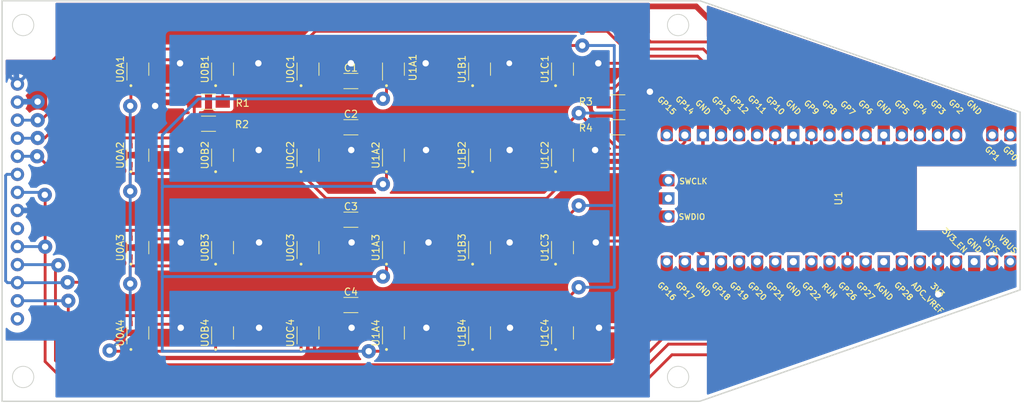
<source format=kicad_pcb>
(kicad_pcb (version 20221018) (generator pcbnew)
  (layers (0 "F.Cu" signal) (31 "B.Cu" signal) (34 "B.Paste" user) (35 "F.Paste" user) (36 "B.SilkS" user "B.Silkscreen") (37 "F.SilkS" user "F.Silkscreen") (38 "B.Mask" user) (39 "F.Mask" user) (44 "Edge.Cuts" user))
  (net 0 "")
  (net 1 "PWR_GND")
  (net 2 "VDD1")
  (net 3 "VDD2")
  (net 4 "VDD3")
  (net 5 "VDD4")
  (net 6 "SDA0")
  (net 7 "SCL0")
  (net 23 "SDA1")
  (net 24 "SCL1")
  (net 25 "+3V3")
  (net 28 "/DC{slash}RS")
  (net 29 "/MOSI")
  (net 30 "/CLK")
  (net 31 "/MISO")
  (net 32 "/T_CS")
  (net 35 "D_CS")
  (net 36 "RST")
  (footprint "fab:TSOT-23-6" (layer "F.Cu") (at 153.55 106.925 90)
    (fp_text reference "U1B4")
    (fp_text value "Sensor_HallEffect_XYZ" hide)
  )
  (footprint "fab:TSOT-23-6" (layer "F.Cu") (at 129.45 94.925 90)
    (fp_text reference "U0C3")
    (fp_text value "Sensor_HallEffect_XYZ" hide)
  )
  (footprint "fab:TSOT-23-6" (layer "F.Cu") (at 141.45 94.925 90)
    (fp_text reference "U1A3")
    (fp_text value "Sensor_HallEffect_XYZ" hide)
  )
  (footprint "fab:TSOT-23-6" (layer "F.Cu") (at 141.45 106.925 90)
    (fp_text reference "U1A4")
    (fp_text value "Sensor_HallEffect_XYZ" hide)
  )
  (footprint "fab:TSOT-23-6" (layer "F.Cu") (at 117.45 69.825 90)
    (fp_text reference "U0B1")
    (fp_text value "Sensor_HallEffect_XYZ" hide)
  )
  (footprint "fab:TSOT-23-6" (layer "F.Cu") (at 105.55 94.925 90)
    (fp_text reference "U0A3")
    (fp_text value "Sensor_HallEffect_XYZ" hide)
  )
  (footprint "fab:C_1206" (layer "F.Cu") (at 135.5 78)
    (fp_text reference "C2")
    (fp_text value "0.1uF")
  )
  (footprint "fab:TSOT-23-6" (layer "F.Cu") (at 153.55 81.925 90)
    (fp_text reference "U1B2")
    (fp_text value "Sensor_HallEffect_XYZ" hide)
  )
  (footprint "fab:TSOT-23-6" (layer "F.Cu") (at 129.45 81.925 90)
    (fp_text reference "U0C2")
    (fp_text value "Sensor_HallEffect_XYZ" hide)
  )
  (footprint "fab:TSOT-23-6" (layer "F.Cu") (at 129.45 106.925 90)
    (fp_text reference "U0C4")
    (fp_text value "Sensor_HallEffect_XYZ" hide)
  )
  (footprint "fab:R_1206" (layer "F.Cu") (at 173 78 180)
    (fp_text reference "R4")
    (fp_text value "10K")
  )
  (footprint "fab:TSOT-23-6" (layer "F.Cu") (at 165.2 81.925 90)
    (fp_text reference "U1C2")
    (fp_text value "Sensor_HallEffect_XYZ" hide)
  )
  (footprint "fab:TSOT-23-6" (layer "F.Cu") (at 117.45 106.925 90)
    (fp_text reference "U0B4")
    (fp_text value "Sensor_HallEffect_XYZ" hide)
  )
  (footprint "fab:R_1206" (layer "F.Cu") (at 115.5 77.5)
    (fp_text reference "R2")
    (fp_text value "10K")
  )
  (footprint "fab:TSOT-23-6" (layer "F.Cu") (at 153.55 94.925 90)
    (fp_text reference "U1B3")
    (fp_text value "Sensor_HallEffect_XYZ" hide)
  )
  (footprint "fab:TSOT-23-6" (layer "F.Cu") (at 117.45 94.925 90)
    (fp_text reference "U0B3")
    (fp_text value "Sensor_HallEffect_XYZ" hide)
  )
  (footprint "fab:TSOT-23-6" (layer "F.Cu") (at 105.55 81.925 90)
    (fp_text reference "U0A2")
    (fp_text value "Sensor_HallEffect_XYZ" hide)
  )
  (footprint "fab:TSOT-23-6" (layer "F.Cu") (at 117.45 81.925 90)
    (fp_text reference "U0B2")
    (fp_text value "Sensor_HallEffect_XYZ" hide)
  )
  (footprint "TFT-Modules:TFT-3.5-480x320-MSP3520-ILI9488" (layer "F.Cu") (at 86.46 116.5396 90)
    (fp_text reference "M1" hide)
    (fp_text value "~")
    (fp_circle (center 3.42 3) (end 4.92 3) (stroke (width 0.12)) (fill none) (layer "Edge.Cuts"))
    (fp_circle (center 3.42 95) (end 4.92 95) (stroke (width 0.12)) (fill none) (layer "Edge.Cuts"))
    (fp_circle (center 52.92 3) (end 54.42 3) (stroke (width 0.12)) (fill none) (layer "Edge.Cuts"))
    (fp_circle (center 52.92 95) (end 54.42 95) (stroke (width 0.12)) (fill none) (layer "Edge.Cuts"))
  )
  (footprint "RPi_Pico:RPi_Pico_SMD_TH" (layer "F.Cu") (at 204 88 -90)
    (fp_text reference "U1")
    (fp_text value "Pico")
  )
  (footprint "fab:TSOT-23-6" (layer "F.Cu") (at 165.2 69.825 90)
    (fp_text reference "U1C1")
    (fp_text value "Sensor_HallEffect_XYZ" hide)
  )
  (footprint "fab:TSOT-23-6" (layer "F.Cu") (at 129.45 69.825 90)
    (fp_text reference "U0C1")
    (fp_text value "Sensor_HallEffect_XYZ" hide)
  )
  (footprint "fab:C_1206" (layer "F.Cu") (at 135.5 91)
    (fp_text reference "C3")
    (fp_text value "0.1uF")
  )
  (footprint "fab:TSOT-23-6" (layer "F.Cu") (at 141.45 69.825 90)
    (fp_text reference "U1A1")
    (fp_text value "Sensor_HallEffect_XYZ" hide)
  )
  (footprint "fab:R_1206" (layer "F.Cu") (at 173 74.5 180)
    (fp_text reference "R3")
    (fp_text value "10K")
  )
  (footprint "fab:R_1206" (layer "F.Cu") (at 115.5 74.4)
    (fp_text reference "R1")
    (fp_text value "10K")
  )
  (footprint "fab:C_1206" (layer "F.Cu") (at 135.5 71.5)
    (fp_text reference "C1")
    (fp_text value "0.1uF")
  )
  (footprint "fab:TSOT-23-6" (layer "F.Cu") (at 165.2 106.925 90)
    (fp_text reference "U1C4")
    (fp_text value "Sensor_HallEffect_XYZ" hide)
  )
  (footprint "fab:C_1206" (layer "F.Cu") (at 135.5 103)
    (fp_text reference "C4")
    (fp_text value "0.1uF")
  )
  (footprint "fab:TSOT-23-6" (layer "F.Cu") (at 165.2 94.925 90)
    (fp_text reference "U1C3")
    (fp_text value "Sensor_HallEffect_XYZ" hide)
  )
  (footprint "fab:TSOT-23-6" (layer "F.Cu") (at 105.55 69.825 90)
    (fp_text reference "U0A1")
    (fp_text value "Sensor_HallEffect_XYZ" hide)
  )
  (footprint "fab:TSOT-23-6" (layer "F.Cu") (at 105.55 106.925 90)
    (fp_text reference "U0A4")
    (fp_text value "Sensor_HallEffect_XYZ" hide)
  )
  (footprint "fab:TSOT-23-6" (layer "F.Cu") (at 153.55 69.825 90)
    (fp_text reference "U1B1")
    (fp_text value "Sensor_HallEffect_XYZ" hide)
  )
  (footprint "fab:TSOT-23-6" (layer "F.Cu") (at 141.45 81.925 90)
    (fp_text reference "U1A2")
    (fp_text value "Sensor_HallEffect_XYZ" hide)
  )
  (gr_line (start 184.5 60.2) (end 86.5 60.2) (stroke (width 0.2)) (layer "Edge.Cuts"))
  (gr_line (start 229.5 75.87) (end 229.5 100.87) (stroke (width 0.2)) (layer "Edge.Cuts"))
  (gr_line (start 229.5 100.87) (end 184.5 116.54) (stroke (width 0.2)) (layer "Edge.Cuts"))
  (gr_line (start 86.5 116.54) (end 184.5 116.54) (stroke (width 0.2)) (layer "Edge.Cuts"))
  (gr_line (start 86.5 60.2) (end 86.5 116.54) (stroke (width 0.2)) (layer "Edge.Cuts"))
  (gr_line (start 184.5 60.2) (end 229.5 75.87) (stroke (width 0.2)) (layer "Edge.Cuts"))
  (segment (start 141.45 96.25) (end 142.4 96.25) (width 0.4) (layer "F.Cu") (net 1))
  (segment (start 167.52 82.2) (end 161.75 82.2) (width 0.4) (layer "F.Cu") (net 1))
  (segment (start 112.55 83.2) (end 113.55 82.2) (width 0.4) (layer "F.Cu") (net 1))
  (segment (start 105.6 82) (end 108.45 82) (width 0.4) (layer "F.Cu") (net 1))
  (segment (start 165.2 95) (end 165.2 96.25) (width 0.4) (layer "F.Cu") (net 1))
  (segment (start 112.6 96.2) (end 113.8 95) (width 0.4) (layer "F.Cu") (net 1))
  (segment (start 129.45 83.25) (end 130.4 83.25) (width 0.4) (layer "F.Cu") (net 1))
  (segment (start 165.2 70) (end 165.2 71.15) (width 0.4) (layer "F.Cu") (net 1))
  (segment (start 165.5 107.4) (end 168 107.4) (width 0.4) (layer "F.Cu") (net 1))
  (segment (start 168 107.4) (end 168.8 108.2) (width 0.4) (layer "F.Cu") (net 1))
  (segment (start 105.55 105.6) (end 105.55 107) (width 0.4) (layer "F.Cu") (net 1))
  (segment (start 129.45 69.8) (end 129.45 70.05) (width 0.4) (layer "F.Cu") (net 1))
  (segment (start 105.55 96.25) (end 106.5 96.25) (width 0.4) (layer "F.Cu") (net 1))
  (segment (start 172.5 70) (end 171.5 71) (width 0.4) (layer "F.Cu") (net 1))
  (segment (start 124.8 107) (end 129.45 107) (width 0.4) (layer "F.Cu") (net 1))
  (segment (start 153.55 70.3) (end 153.55 71.15) (width 0.4) (layer "F.Cu") (net 1))
  (segment (start 154.5 71.15) (end 153.55 71.15) (width 0.4) (layer "F.Cu") (net 1))
  (segment (start 129.45 95) (end 133.4 95) (width 0.4) (layer "F.Cu") (net 1))
  (segment (start 129.45 93.6) (end 129.45 95) (width 0.4) (layer "F.Cu") (net 1))
  (segment (start 141.45 107) (end 141.45 108.25) (width 0.4) (layer "F.Cu") (net 1))
  (segment (start 137.5 74) (end 130.5 74) (width 0.4) (layer "F.Cu") (net 1))
  (segment (start 105.65 95) (end 108.5 95) (width 0.4) (layer "F.Cu") (net 1))
  (segment (start 134.6 96.2) (end 136.6 96.2) (width 0.4) (layer "F.Cu") (net 1))
  (segment (start 204 70) (end 210.35 76.35) (width 0.8) (layer "F.Cu") (net 1))
  (segment (start 196.39 82.89) (end 168.21 82.89) (width 0.4) (layer "F.Cu") (net 1))
  (segment (start 121.5 71) (end 120.5 70) (width 0.4) (layer "F.Cu") (net 1))
  (segment (start 147.6 108.2) (end 148.6 107.2) (width 0.4) (layer "F.Cu") (net 1))
  (segment (start 121.55 83.2) (end 123.55 83.2) (width 0.4) (layer "F.Cu") (net 1))
  (segment (start 153.55 93.6) (end 153.55 95) (width 0.4) (layer "F.Cu") (net 1))
  (segment (start 120.4 95) (end 121.6 96.2) (width 0.4) (layer "F.Cu") (net 1))
  (segment (start 123.5 71) (end 121.5 71) (width 0.4) (layer "F.Cu") (net 1))
  (segment (start 141.45 105.6) (end 141.45 107) (width 0.4) (layer "F.Cu") (net 1))
  (segment (start 117.45 95) (end 117.45 96.25) (width 0.4) (layer "F.Cu") (net 1))
  (segment (start 113.8 95) (end 117.45 95) (width 0.4) (layer "F.Cu") (net 1))
  (segment (start 105.55 82) (end 105.55 80.6) (width 0.4) (layer "F.Cu") (net 1))
  (segment (start 144.6 96.2) (end 147.6 96.2) (width 0.4) (layer "F.Cu") (net 1))
  (segment (start 143.55 82.2) (end 141.5 82.2) (width 0.4) (layer "F.Cu") (net 1))
  (segment (start 168.21 82.89) (end 167.52 82.2) (width 0.4) (layer "F.Cu") (net 1))
  (segment (start 141.45 95) (end 141.45 96.25) (width 0.4) (layer "F.Cu") (net 1))
  (segment (start 144.5 71) (end 143.5 70) (width 0.4) (layer "F.Cu") (net 1))
  (segment (start 113.5 70) (end 117.45 70) (width 0.4) (layer "F.Cu") (net 1))
  (segment (start 183.89 95.09) (end 184.95 96.15) (width 0.4) (layer "F.Cu") (net 1))
  (segment (start 136.6 96.2) (end 137.6 95.2) (width 0.4) (layer "F.Cu") (net 1))
  (segment (start 168.8 108.2) (end 174.3 108.2) (width 0.4) (layer "F.Cu") (net 1))
  (segment (start 165.2 83.25) (end 166.15 83.25) (width 0.4) (layer "F.Cu") (net 1))
  (segment (start 129.45 108.25) (end 130.4 108.25) (width 0.4) (layer "F.Cu") (net 1))
  (segment (start 156.85 108.2) (end 160.85 108.2) (width 0.4) (layer "F.Cu") (net 1))
  (segment (start 124.75 82) (end 129.45 82) (width 0.4) (layer "F.Cu") (net 1))
  (segment (start 117.45 71.15) (end 117.45 70) (width 0.4) (layer "F.Cu") (net 1))
  (segment (start 160.85 108.2) (end 161.85 107.2) (width 0.4) (layer "F.Cu") (net 1))
  (segment (start 165.2 68.5) (end 165.2 69.8) (width 0.4) (layer "F.Cu") (net 1))
  (segment (start 141.45 70.5) (end 141.45 71.15) (width 0.4) (layer "F.Cu") (net 1))
  (segment (start 184.95 79.11) (end 184.95 72.95) (width 0.4) (layer "F.Cu") (net 1))
  (segment (start 148.55 82.2) (end 147.55 83.2) (width 0.4) (layer "F.Cu") (net 1))
  (segment (start 165.2 82) (end 165.2 80.6) (width 0.4) (layer "F.Cu") (net 1))
  (segment (start 197.65 79.11) (end 197.65 81.63) (width 0.4) (layer "F.Cu") (net 1))
  (segment (start 161.85 107.2) (end 165.3 107.2) (width 0.4) (layer "F.Cu") (net 1))
  (segment (start 144.6 108.2) (end 147.6 108.2) (width 0.4) (layer "F.Cu") (net 1))
  (segment (start 121.6 108.2) (end 123.6 108.2) (width 0.4) (layer "F.Cu") (net 1))
  (segment (start 153.55 107) (end 153.55 108.25) (width 0.4) (layer "F.Cu") (net 1))
  (segment (start 141.45 93.6) (end 141.45 95) (width 0.4) (layer "F.Cu") (net 1))
  (segment (start 161.75 70) (end 160.75 71) (width 0.4) (layer "F.Cu") (net 1))
  (segment (start 130.4 73.9) (end 130.4 71.15) (width 0.4) (layer "F.Cu") (net 1))
  (segment (start 168.2 95.2) (end 169 96) (width 0.4) (layer "F.Cu") (net 1))
  (segment (start 137.5 82.15) (end 137.55 82.2) (width 0.4) (layer "F.Cu") (net 1))
  (segment (start 129.45 68.5) (end 129.45 69.8) (width 0.4) (layer "F.Cu") (net 1))
  (segment (start 137.5 107.1) (end 137.6 107.2) (width 0.4) (layer "F.Cu") (net 1))
  (segment (start 113.55 82.2) (end 120.55 82.2) (width 0.4) (layer "F.Cu") (net 1))
  (segment (start 153.55 69.8) (end 153.55 68.5) (width 0.4) (layer "F.Cu") (net 1))
  (segment (start 148.6 107.2) (end 155.85 107.2) (width 0.4) (layer "F.Cu") (net 1))
  (segment (start 117.45 107) (end 117.45 108.25) (width 0.4) (layer "F.Cu") (net 1))
  (segment (start 129.45 82) (end 133.35 82) (width 0.4) (layer "F.Cu") (net 1))
  (segment (start 153.55 96.25) (end 154.5 96.25) (width 0.4) (layer "F.Cu") (net 1))
  (segment (start 144.55 83.2) (end 143.55 82.2) (width 0.4) (layer "F.Cu") (net 1))
  (segment (start 147.6 96.2) (end 148.6 95.2) (width 0.4) (layer "F.Cu") (net 1))
  (segment (start 184.95 72.95) (end 182 70) (width 0.4) (layer "F.Cu") (net 1))
  (segment (start 117.45 83.25) (end 117.45 82) (width 0.4) (layer "F.Cu") (net 1))
  (segment (start 137.5 71.5) (end 137.5 74) (width 0.4) (layer "F.Cu") (net 1))
  (segment (start 108.5 107) (end 109.7 108.2) (width 0.4) (layer "F.Cu") (net 1))
  (segment (start 165.2 108.25) (end 166.15 108.25) (width 0.4) (layer "F.Cu") (net 1))
  (segment (start 153.55 70.3) (end 153.55 70) (width 0.4) (layer "F.Cu") (net 1))
  (segment (start 137.5 103) (end 137.5 107.1) (width 0.4) (layer "F.Cu") (net 1))
  (segment (start 147.55 83.2) (end 144.55 83.2) (width 0.4) (layer "F.Cu") (net 1))
  (segment (start 137.5 91) (end 137.5 95.1) (width 0.4) (layer "F.Cu") (net 1))
  (segment (start 148.5 70) (end 147.5 71) (width 0.4) (layer "F.Cu") (net 1))
  (segment (start 165.3 107.2) (end 165.5 107.4) (width 0.4) (layer "F.Cu") (net 1))
  (segment (start 153.55 95) (end 153.55 96.25) (width 0.4) (layer "F.Cu") (net 1))
  (segment (start 123.6 96.2) (end 124.8 95) (width 0.4) (layer "F.Cu") (net 1))
  (segment (start 117.45 83.25) (end 118.4 83.25) (width 0.4) (layer "F.Cu") (net 1))
  (segment (start 141.45 82) (end 141.45 80.6) (width 0.4) (layer "F.Cu") (net 1))
  (segment (start 153.6 82.2) (end 148.55 82.2) (width 0.4) (layer "F.Cu") (net 1))
  (segment (start 147.5 71) (end 144.5 71) (width 0.4) (layer "F.Cu") (net 1))
  (segment (start 182.5 102.5) (end 184.95 100.05) (width 0.4) (layer "F.Cu") (net 1))
  (segment (start 141.45 71.15) (end 142.4 71.15) (width 0.4) (layer "F.Cu") (net 1))
  (segment (start 153.55 83.25) (end 154.5 83.25) (width 0.4) (layer "F.Cu") (net 1))
  (segment (start 155.8 82.2) (end 153.6 82.2) (width 0.4) (layer "F.Cu") (net 1))
  (segment (start 141.5 82.2) (end 137.55 82.2) (width 0.4) (layer "F.Cu") (net 1))
  (segment (start 105.55 69.8) (end 105.55 68.5) (width 0.4) (layer "F.Cu") (net 1))
  (segment (start 109.7 96.2) (end 112.6 96.2) (width 0.4) (layer "F.Cu") (net 1))
  (segment (start 105.55 107) (end 105.55 108.25) (width 0.4) (layer "F.Cu") (net 1))
  (segment (start 141.45 69.8) (end 141.45 70) (width 0.4) (layer "F.Cu") (net 1))
  (segment (start 124.45 70.05) (end 123.5 71) (width 0.4) (layer "F.Cu") (net 1))
  (segment (start 180 102.5) (end 182.5 102.5) (width 0.4) (layer "F.Cu") (net 1))
  (segment (start 171.4 96) (end 172.2 95.2) (width 0.4) (layer "F.Cu") (net 1))
  (segment (start 117.45 69.8) (end 117.45 68.5) (width 0.4) (layer "F.Cu") (net 1))
  (segment (start 169.5 71) (end 168.5 70) (width 0.4) (layer "F.Cu") (net 1))
  (segment (start 91.5 71) (end 101.5 61) (width 0.8) (layer "F.Cu") (net 1))
  (segment (start 109.65 83.2) (end 112.55 83.2) (width 0.4) (layer "F.Cu") (net 1))
  (segment (start 112.5 71) (end 113.5 70) (width 0.4) (layer "F.Cu") (net 1))
  (segment (start 143.6 95.2) (end 144.6 96.2) (width 0.4) (layer "F.Cu") (net 1))
  (segment (start 123.6 108.2) (end 124.8 107) (width 0.4) (layer "F.Cu") (net 1))
  (segment (start 117.45 82) (end 117.45 80.6) (width 0.4) (layer "F.Cu") (net 1))
  (segment (start 113.6 107.2) (end 120.6 107.2) (width 0.4) (layer "F.Cu") (net 1))
  (segment (start 137.5 71.5) (end 137.5 70) (width 0.4) (layer "F.Cu") (net 1))
  (segment (start 130.4 71.15) (end 129.45 71.15) (width 0.4) (layer "F.Cu") (net 1))
  (segment (start 156.8 83.2) (end 155.8 82.2) (width 0.4) (layer "F.Cu") (net 1))
  (segment (start 210.35 76.35) (end 210.35 79.11) (width 0.8) (layer "F.Cu") (net 1))
  (segment (start 141.45 68.5) (end 141.45 69.8) (width 0.4) (layer "F.Cu") (net 1))
  (segment (start 141.45 83.25) (end 142.4 83.25) (width 0.4) (layer "F.Cu") (net 1))
  (segment (start 165.2 93.6) (end 165.2 95) (width 0.4) (layer "F.Cu") (net 1))
  (segment (start 174.3 108.2) (end 180 102.5) (width 0.4) (layer "F.Cu") (net 1))
  (segment (start 184 61) (end 193 70) (width 0.8) (layer "F.Cu") (net 1))
  (segment (start 101.5 61) (end 184 61) (width 0.8) (layer "F.Cu") (net 1))
  (segment (start 117.45 71.15) (end 118.4 71.15) (width 0.4) (layer "F.Cu") (net 1))
  (segment (start 106.5 83.25) (end 105.55 83.25) (width 0.4) (layer "F.Cu") (net 1))
  (segment (start 137.5 78) (end 137.5 82.15) (width 0.4) (layer "F.Cu") (net 1))
  (segment (start 134.55 83.2) (end 136.55 83.2) (width 0.4) (layer "F.Cu") (net 1))
  (segment (start 177.98 95.2) (end 172.2 95.2) (width 0.4) (layer "F.Cu") (net 1))
  (segment (start 137.6 95.2) (end 143.6 95.2) (width 0.4) (layer "F.Cu") (net 1))
  (segment (start 193 70) (end 204 70) (width 0.8) (layer "F.Cu") (net 1))
  (segment (start 165.2 83.25) (end 165.2 82) (width 0.4) (layer "F.Cu") (net 1))
  (segment (start 105.55 83.25) (end 105.55 82) (width 0.4) (layer "F.Cu") (net 1))
  (segment (start 105.55 95) (end 105.55 96.25) (width 0.4) (layer "F.Cu") (net 1))
  (segment (start 165.2 96.25) (end 166.15 96.25) (width 0.4) (layer "F.Cu") (net 1))
  (segment (start 155.85 107.2) (end 156.85 108.2) (width 0.4) (layer "F.Cu") (net 1))
  (segment (start 153.55 70) (end 148.5 70) (width 0.4) (layer "F.Cu") (net 1))
  (segment (start 105.55 93.6) (end 105.55 95) (width 0.4) (layer "F.Cu") (net 1))
  (segment (start 184.95 100.05) (end 184.95 96.89) (width 0.4) (layer "F.Cu") (net 1))
  (segment (start 120.5 70) (end 117.45 70) (width 0.4) (layer "F.Cu") (net 1))
  (segment (start 129.45 107) (end 133.4 107) (width 0.4) (layer "F.Cu") (net 1))
  (segment (start 197.65 81.63) (end 196.39 82.89) (width 0.4) (layer "F.Cu") (net 1))
  (segment (start 153.55 83.25) (end 153.55 82) (width 0.4) (layer "F.Cu") (net 1))
  (segment (start 156.75 71) (end 155.75 70) (width 0.4) (layer "F.Cu") (net 1))
  (segment (start 143.6 107.2) (end 144.6 108.2) (width 0.4) (layer "F.Cu") (net 1))
  (segment (start 153.55 70) (end 153.55 69.8) (width 0.4) (layer "F.Cu") (net 1))
  (segment (start 134.6 108.2) (end 136.6 108.2) (width 0.4) (layer "F.Cu") (net 1))
  (segment (start 133.4 95) (end 134.6 96.2) (width 0.4) (layer "F.Cu") (net 1))
  (segment (start 155.85 95.2) (end 156.85 96.2) (width 0.4) (layer "F.Cu") (net 1))
  (segment (start 117.45 96.25) (end 118.4 96.25) (width 0.4) (layer "F.Cu") (net 1))
  (segment (start 117.45 70) (end 117.45 69.8) (width 0.4) (layer "F.Cu") (net 1))
  (segment (start 109.6 71) (end 112.5 71) (width 0.4) (layer "F.Cu") (net 1))
  (segment (start 160.85 96.2) (end 161.85 95.2) (width 0.4) (layer "F.Cu") (net 1))
  (segment (start 141.45 70) (end 137.5 70) (width 0.4) (layer "F.Cu") (net 1))
  (segment (start 120.55 82.2) (end 121.55 83.2) (width 0.4) (layer "F.Cu") (net 1))
  (segment (start 160.8 83.2) (end 156.8 83.2) (width 0.4) (layer "F.Cu") (net 1))
  (segment (start 165.2 69.8) (end 165.2 70) (width 0.4) (layer "F.Cu") (net 1))
  (segment (start 91.5 71) (end 91.5 74.4) (width 0.8) (layer "F.Cu") (net 1))
  (segment (start 129.45 105.6) (end 129.45 107) (width 0.4) (layer "F.Cu") (net 1))
  (segment (start 129.45 80.6) (end 129.45 82) (width 0.4) (layer "F.Cu") (net 1))
  (segment (start 165.2 70) (end 161.75 70) (width 0.4) (layer "F.Cu") (net 1))
  (segment (start 117.45 108.25) (end 118.4 108.25) (width 0.4) (layer "F.Cu") (net 1))
  (segment (start 160.75 71) (end 156.75 71) (width 0.4) (layer "F.Cu") (net 1))
  (segment (start 117.45 95) (end 120.4 95) (width 0.4) (layer "F.Cu") (net 1))
  (segment (start 108.4 69.8) (end 109.6 71) (width 0.4) (layer "F.Cu") (net 1))
  (segment (start 105.55 70) (end 105.55 69.8) (width 0.4) (layer "F.Cu") (net 1))
  (segment (start 108.5 95) (end 109.7 96.2) (width 0.4) (layer "F.Cu") (net 1))
  (segment (start 161.85 95.2) (end 168.2 95.2) (width 0.4) (layer "F.Cu") (net 1))
  (segment (start 165.2 107) (end 165.2 108.25) (width 0.4) (layer "F.Cu") (net 1))
  (segment (start 133.4 107) (end 134.6 108.2) (width 0.4) (layer "F.Cu") (net 1))
  (segment (start 178.09 95.09) (end 183.89 95.09) (width 0.4) (layer "F.Cu") (net 1))
  (segment (start 161.8 82.2) (end 160.8 83.2) (width 0.4) (layer "F.Cu") (net 1))
  (segment (start 129.45 82) (end 129.45 83.25) (width 0.4) (layer "F.Cu") (net 1))
  (segment (start 117.45 93.6) (end 117.45 95) (width 0.4) (layer "F.Cu") (net 1))
  (segment (start 148.6 95.2) (end 155.85 95.2) (width 0.4) (layer "F.Cu") (net 1))
  (segment (start 112.6 108.2) (end 113.6 107.2) (width 0.4) (layer "F.Cu") (net 1))
  (segment (start 184.95 96.15) (end 184.95 96.89) (width 0.4) (layer "F.Cu") (net 1))
  (segment (start 153.55 108.25) (end 154.5 108.25) (width 0.4) (layer "F.Cu") (net 1))
  (segment (start 129.45 95) (end 129.45 96.25) (width 0.4) (layer "F.Cu") (net 1))
  (segment (start 178.09 95.09) (end 177.98 95.2) (width 0.4) (layer "F.Cu") (net 1))
  (segment (start 129.45 70.05) (end 124.45 70.05) (width 0.4) (layer "F.Cu") (net 1))
  (segment (start 153.55 82) (end 153.55 80.6) (width 0.4) (layer "F.Cu") (net 1))
  (segment (start 120.6 107.2) (end 121.6 108.2) (width 0.4) (layer "F.Cu") (net 1))
  (segment (start 105.55 71.15) (end 106.5 71.15) (width 0.4) (layer "F.Cu") (net 1))
  (segment (start 165.2 71.15) (end 166.15 71.15) (width 0.4) (layer "F.Cu") (net 1))
  (segment (start 133.35 82) (end 134.55 83.2) (width 0.4) (layer "F.Cu") (net 1))
  (segment (start 136.55 83.2) (end 137.55 82.2) (width 0.4) (layer "F.Cu") (net 1))
  (segment (start 165.2 105.6) (end 165.2 107) (width 0.4) (layer "F.Cu") (net 1))
  (segment (start 129.45 96.25) (end 130.4 96.25) (width 0.4) (layer "F.Cu") (net 1))
  (segment (start 124.8 95) (end 129.45 95) (width 0.4) (layer "F.Cu") (net 1))
  (segment (start 137.5 95.1) (end 137.6 95.2) (width 0.4) (layer "F.Cu") (net 1))
  (segment (start 105.55 71.15) (end 105.55 70) (width 0.4) (layer "F.Cu") (net 1))
  (segment (start 156.85 96.2) (end 160.85 96.2) (width 0.4) (layer "F.Cu") (net 1))
  (segment (start 155.75 70) (end 153.55 70) (width 0.4) (layer "F.Cu") (net 1))
  (segment (start 130.5 74) (end 130.4 73.9) (width 0.4) (layer "F.Cu") (net 1))
  (segment (start 153.55 105.6) (end 153.55 107) (width 0.4) (layer "F.Cu") (net 1))
  (segment (start 141.45 70) (end 141.45 70.5) (width 0.4) (layer "F.Cu") (net 1))
  (segment (start 171.5 71) (end 169.5 71) (width 0.4) (layer "F.Cu") (net 1))
  (segment (start 129.45 107) (end 129.45 108.25) (width 0.4) (layer "F.Cu") (net 1))
  (segment (start 169 96) (end 171.4 96) (width 0.4) (layer "F.Cu") (net 1))
  (segment (start 136.6 108.2) (end 137.6 107.2) (width 0.4) (layer "F.Cu") (net 1))
  (segment (start 123.55 83.2) (end 124.75 82) (width 0.4) (layer "F.Cu") (net 1))
  (segment (start 141.45 108.25) (end 142.4 108.25) (width 0.4) (layer "F.Cu") (net 1))
  (segment (start 105.55 69.8) (end 108.4 69.8) (width 0.4) (layer "F.Cu") (net 1))
  (segment (start 108.45 82) (end 109.65 83.2) (width 0.4) (layer "F.Cu") (net 1))
  (segment (start 129.45 70.05) (end 129.45 71.15) (width 0.4) (layer "F.Cu") (net 1))
  (segment (start 137.6 107.2) (end 143.6 107.2) (width 0.4) (layer "F.Cu") (net 1))
  (segment (start 182 70) (end 172.5 70) (width 0.4) (layer "F.Cu") (net 1))
  (segment (start 117.45 105.6) (end 117.45 107) (width 0.4) (layer "F.Cu") (net 1))
  (segment (start 109.7 108.2) (end 112.6 108.2) (width 0.4) (layer "F.Cu") (net 1))
  (segment (start 143.5 70) (end 141.45 70) (width 0.4) (layer "F.Cu") (net 1))
  (segment (start 105.55 108.25) (end 106.5 108.25) (width 0.4) (layer "F.Cu") (net 1))
  (segment (start 141.45 83.25) (end 141.45 82) (width 0.4) (layer "F.Cu") (net 1))
  (segment (start 121.6 96.2) (end 123.6 96.2) (width 0.4) (layer "F.Cu") (net 1))
  (segment (start 105.65 107) (end 108.5 107) (width 0.4) (layer "F.Cu") (net 1))
  (segment (start 168.5 70) (end 165.2 70) (width 0.4) (layer "F.Cu") (net 1))
  (via (at 91.5 74.4) (size 2) (drill 0.9) (layers "F.Cu" "B.Cu") (net 1))
  (segment (start 91.5 74.4) (end 88.7196 74.4) (width 0.8) (layer "B.Cu") (net 1))
  (segment (start 88.7196 74.4) (end 88.66 74.4596) (width 0.8) (layer "B.Cu") (net 1))
  (segment (start 142.4 68.5) (end 145.5 68.5) (width 0.4) (layer "F.Cu") (net 2))
  (segment (start 169.75 68.5) (end 170.25 69) (width 0.4) (layer "F.Cu") (net 2))
  (segment (start 111 68.5) (end 111.5 69) (width 0.4) (layer "F.Cu") (net 2))
  (segment (start 183.5 69) (end 170.25 69) (width 0.4) (layer "F.Cu") (net 2))
  (segment (start 133.5 68.5) (end 135 68.5) (width 0.4) (layer "F.Cu") (net 2))
  (segment (start 187.49 73.99) (end 187.49 79.11) (width 0.4) (layer "F.Cu") (net 2))
  (segment (start 166.15 68.5) (end 169.75 68.5) (width 0.4) (layer "F.Cu") (net 2))
  (segment (start 187.49 73.99) (end 187.5 73.98) (width 0.4) (layer "F.Cu") (net 2))
  (segment (start 135 68.5) (end 135.5 69) (width 0.4) (layer "F.Cu") (net 2))
  (segment (start 118.4 68.5) (end 122 68.5) (width 0.4) (layer "F.Cu") (net 2))
  (segment (start 133.5 71.5) (end 133.5 68.5) (width 0.4) (layer "F.Cu") (net 2))
  (segment (start 187.5 73) (end 183.5 69) (width 0.4) (layer "F.Cu") (net 2))
  (segment (start 130.4 68.5) (end 133.5 68.5) (width 0.4) (layer "F.Cu") (net 2))
  (segment (start 157.25 68.5) (end 157.75 69) (width 0.4) (layer "F.Cu") (net 2))
  (segment (start 122 68.5) (end 122.5 69) (width 0.4) (layer "F.Cu") (net 2))
  (segment (start 187.5 73.98) (end 187.5 73) (width 0.4) (layer "F.Cu") (net 2))
  (segment (start 154.5 68.5) (end 157.25 68.5) (width 0.4) (layer "F.Cu") (net 2))
  (segment (start 145.5 68.5) (end 146 69) (width 0.4) (layer "F.Cu") (net 2))
  (segment (start 106.5 68.5) (end 111 68.5) (width 0.4) (layer "F.Cu") (net 2))
  (via (at 135.5 69) (size 2) (drill 0.9) (layers "F.Cu" "B.Cu") (net 2))
  (via (at 170.25 69) (size 2) (drill 0.9) (layers "F.Cu" "B.Cu") (net 2))
  (via (at 157.75 69) (size 1.8) (drill 0.81) (layers "F.Cu" "B.Cu") (net 2))
  (via (at 146 69) (size 2) (drill 0.9) (layers "F.Cu" "B.Cu") (net 2))
  (via (at 122.5 69) (size 2) (drill 0.9) (layers "F.Cu" "B.Cu") (net 2))
  (via (at 111.5 69) (size 2) (drill 0.9) (layers "F.Cu" "B.Cu") (net 2))
  (segment (start 111.5 69) (end 122.5 69) (width 0.4) (layer "B.Cu") (net 2))
  (segment (start 122.5 69) (end 135.4 69) (width 0.4) (layer "B.Cu") (net 2))
  (segment (start 146 69) (end 135.5 69) (width 0.4) (layer "B.Cu") (net 2))
  (segment (start 146.75 69) (end 157.75 69) (width 0.4) (layer "B.Cu") (net 2))
  (segment (start 157.75 69) (end 170.25 69) (width 0.4) (layer "B.Cu") (net 2))
  (segment (start 195.11 79.11) (end 195.11 80.39) (width 0.4) (layer "F.Cu") (net 3))
  (segment (start 130.45 80.7) (end 133.5 80.7) (width 0.4) (layer "F.Cu") (net 3))
  (segment (start 118.45 80.7) (end 122.05 80.7) (width 0.4) (layer "F.Cu") (net 3))
  (segment (start 169.8 81.2) (end 170.4 81.8) (width 0.4) (layer "F.Cu") (net 3))
  (segment (start 169.8 81.2) (end 169.2 80.6) (width 0.4) (layer "F.Cu") (net 3))
  (segment (start 195.11 80.39) (end 193.7 81.8) (width 0.4) (layer "F.Cu") (net 3))
  (segment (start 193.7 81.8) (end 170.4 81.8) (width 0.4) (layer "F.Cu") (net 3))
  (segment (start 133.5 78) (end 133.5 80.7) (width 0.4) (layer "F.Cu") (net 3))
  (segment (start 154.55 80.7) (end 157.3 80.7) (width 0.4) (layer "F.Cu") (net 3))
  (segment (start 142.45 80.7) (end 145.55 80.7) (width 0.4) (layer "F.Cu") (net 3))
  (segment (start 169.2 80.6) (end 166.15 80.6) (width 0.4) (layer "F.Cu") (net 3))
  (segment (start 106.55 80.7) (end 111.05 80.7) (width 0.4) (layer "F.Cu") (net 3))
  (segment (start 133.5 80.7) (end 135.05 80.7) (width 0.4) (layer "F.Cu") (net 3))
  (via (at 146.05 81.2) (size 2) (drill 0.9) (layers "F.Cu" "B.Cu") (net 3))
  (via (at 135.55 81.2) (size 2) (drill 0.9) (layers "F.Cu" "B.Cu") (net 3))
  (via (at 122.55 81.2) (size 2) (drill 0.9) (layers "F.Cu" "B.Cu") (net 3))
  (via (at 157.8 81.2) (size 2) (drill 0.9) (layers "F.Cu" "B.Cu") (net 3))
  (via (at 169.8 81.2) (size 2) (drill 0.9) (layers "F.Cu" "B.Cu") (net 3))
  (via (at 111.55 81.2) (size 2) (drill 0.9) (layers "F.Cu" "B.Cu") (net 3))
  (segment (start 111.55 81.2) (end 122.55 81.2) (width 0.4) (layer "B.Cu") (net 3))
  (segment (start 122.55 81.2) (end 135.45 81.2) (width 0.4) (layer "B.Cu") (net 3))
  (segment (start 157.8 81.2) (end 169.8 81.2) (width 0.4) (layer "B.Cu") (net 3))
  (segment (start 146.8 81.2) (end 157.8 81.2) (width 0.4) (layer "B.Cu") (net 3))
  (segment (start 146.05 81.2) (end 135.55 81.2) (width 0.4) (layer "B.Cu") (net 3))
  (segment (start 169.9 94.1) (end 169.4 93.6) (width 0.4) (layer "F.Cu") (net 4))
  (segment (start 169.9 94.1) (end 170 94) (width 0.4) (layer "F.Cu") (net 4))
  (segment (start 170 94) (end 204 94) (width 0.4) (layer "F.Cu") (net 4))
  (segment (start 205.27 95.27) (end 205.27 96.89) (width 0.4) (layer "F.Cu") (net 4))
  (segment (start 169.4 93.6) (end 166.15 93.6) (width 0.4) (layer "F.Cu") (net 4))
  (segment (start 133.5 93.7) (end 135.1 93.7) (width 0.4) (layer "F.Cu") (net 4))
  (segment (start 118.5 93.7) (end 122.1 93.7) (width 0.4) (layer "F.Cu") (net 4))
  (segment (start 130.5 93.7) (end 133.5 93.7) (width 0.4) (layer "F.Cu") (net 4))
  (segment (start 133.5 91) (end 133.5 93.7) (width 0.4) (layer "F.Cu") (net 4))
  (segment (start 111.6 94.2) (end 111.1 93.7) (width 0.4) (layer "F.Cu") (net 4))
  (segment (start 204 94) (end 205.27 95.27) (width 0.4) (layer "F.Cu") (net 4))
  (segment (start 122.6 94.2) (end 122.1 93.7) (width 0.4) (layer "F.Cu") (net 4))
  (segment (start 145.9 93.7) (end 146.4 94.2) (width 0.4) (layer "F.Cu") (net 4))
  (segment (start 157.8 94.2) (end 157.4 93.8) (width 0.4) (layer "F.Cu") (net 4))
  (segment (start 106.6 93.7) (end 111.1 93.7) (width 0.4) (layer "F.Cu") (net 4))
  (segment (start 154.6 93.7) (end 157.35 93.7) (width 0.4) (layer "F.Cu") (net 4))
  (segment (start 142.5 93.7) (end 145.9 93.7) (width 0.4) (layer "F.Cu") (net 4))
  (segment (start 169.9 94.2) (end 169.9 94.1) (width 0.4) (layer "F.Cu") (net 4))
  (via (at 122.6 94.2) (size 2) (drill 0.9) (layers "F.Cu" "B.Cu") (net 4))
  (via (at 146.4 94.2) (size 2) (drill 0.9) (layers "F.Cu" "B.Cu") (net 4))
  (via (at 135.6 94.2) (size 2) (drill 0.9) (layers "F.Cu" "B.Cu") (net 4))
  (via (at 111.6 94.2) (size 2) (drill 0.9) (layers "F.Cu" "B.Cu") (net 4))
  (via (at 169.9 94.2) (size 2) (drill 0.9) (layers "F.Cu" "B.Cu") (net 4))
  (via (at 157.8 94.2) (size 2) (drill 0.9) (layers "F.Cu" "B.Cu") (net 4))
  (segment (start 157.8 94.2) (end 169.9 94.2) (width 0.4) (layer "B.Cu") (net 4))
  (segment (start 146.85 94.2) (end 157.85 94.2) (width 0.4) (layer "B.Cu") (net 4))
  (segment (start 135.6 94.2) (end 146.4 94.2) (width 0.4) (layer "B.Cu") (net 4))
  (segment (start 111.6 94.2) (end 122.6 94.2) (width 0.4) (layer "B.Cu") (net 4))
  (segment (start 122.6 94.2) (end 135.5 94.2) (width 0.4) (layer "B.Cu") (net 4))
  (segment (start 154.6 105.7) (end 157.35 105.7) (width 0.4) (layer "F.Cu") (net 5))
  (segment (start 173.3 106.2) (end 179.87 99.63) (width 0.4) (layer "F.Cu") (net 5))
  (segment (start 133.5 103) (end 133.5 105.7) (width 0.4) (layer "F.Cu") (net 5))
  (segment (start 118.5 105.7) (end 122.1 105.7) (width 0.4) (layer "F.Cu") (net 5))
  (segment (start 106.6 105.7) (end 111.1 105.7) (width 0.4) (layer "F.Cu") (net 5))
  (segment (start 133.5 105.7) (end 135.1 105.7) (width 0.4) (layer "F.Cu") (net 5))
  (segment (start 179.87 99.63) (end 179.87 96.89) (width 0.4) (layer "F.Cu") (net 5))
  (segment (start 166.25 105.7) (end 169.85 105.7) (width 0.4) (layer "F.Cu") (net 5))
  (segment (start 130.5 105.7) (end 133.5 105.7) (width 0.4) (layer "F.Cu") (net 5))
  (segment (start 170.35 106.2) (end 173.3 106.2) (width 0.4) (layer "F.Cu") (net 5))
  (segment (start 142.5 105.7) (end 145.6 105.7) (width 0.4) (layer "F.Cu") (net 5))
  (via (at 157.85 106.2) (size 2) (drill 0.9) (layers "F.Cu" "B.Cu") (net 5))
  (via (at 111.6 106.2) (size 2) (drill 0.9) (layers "F.Cu" "B.Cu") (net 5))
  (via (at 122.6 106.2) (size 2) (drill 0.9) (layers "F.Cu" "B.Cu") (net 5))
  (via (at 170.35 106.2) (size 2) (drill 0.9) (layers "F.Cu" "B.Cu") (net 5))
  (via (at 146.1 106.2) (size 2) (drill 0.9) (layers "F.Cu" "B.Cu") (net 5))
  (via (at 135.6 106.2) (size 2) (drill 0.9) (layers "F.Cu" "B.Cu") (net 5))
  (segment (start 111.6 106.2) (end 122.6 106.2) (width 0.4) (layer "B.Cu") (net 5))
  (segment (start 146.1 106.2) (end 135.6 106.2) (width 0.4) (layer "B.Cu") (net 5))
  (segment (start 122.6 106.2) (end 135.5 106.2) (width 0.4) (layer "B.Cu") (net 5))
  (segment (start 146.85 106.2) (end 157.85 106.2) (width 0.4) (layer "B.Cu") (net 5))
  (segment (start 157.85 106.2) (end 170.35 106.2) (width 0.4) (layer "B.Cu") (net 5))
  (segment (start 116.5 104.5) (end 104.6 104.5) (width 0.4) (layer "F.Cu") (net 6))
  (segment (start 117.5 79.5) (end 117.5 77.5) (width 0.4) (layer "F.Cu") (net 6))
  (segment (start 202.73 76.23) (end 202.73 79.11) (width 0.4) (layer "F.Cu") (net 6))
  (segment (start 128.5 80) (end 128 79.5) (width 0.4) (layer "F.Cu") (net 6))
  (segment (start 117.5 79.5) (end 116 79.5) (width 0.4) (layer "F.Cu") (net 6))
  (segment (start 104.6 79.5) (end 104.6 80.6) (width 0.4) (layer "F.Cu") (net 6))
  (segment (start 104.6 93.6) (end 104.6 92.5) (width 0.4) (layer "F.Cu") (net 6))
  (segment (start 171.5 64.5) (end 175 68) (width 0.4) (layer "F.Cu") (net 6))
  (segment (start 130.5 64.5) (end 171.5 64.5) (width 0.4) (layer "F.Cu") (net 6))
  (segment (start 128.5 67.5) (end 128.5 68.5) (width 0.4) (layer "F.Cu") (net 6))
  (segment (start 102 79.5) (end 104.6 79.5) (width 0.4) (layer "F.Cu") (net 6))
  (segment (start 104.6 92.5) (end 116.5 92.5) (width 0.4) (layer "F.Cu") (net 6))
  (segment (start 200.5 74) (end 202.73 76.23) (width 0.4) (layer "F.Cu") (net 6))
  (segment (start 104.6 104.5) (end 104.6 105.6) (width 0.4) (layer "F.Cu") (net 6))
  (segment (start 128.5 93.6) (end 128.5 92.5) (width 0.4) (layer "F.Cu") (net 6))
  (segment (start 102 67) (end 104.5 67) (width 0.4) (layer "F.Cu") (net 6))
  (segment (start 104.5 67) (end 116 67) (width 0.4) (layer "F.Cu") (net 6))
  (segment (start 102 79.5) (end 102 67) (width 0.4) (layer "F.Cu") (net 6))
  (segment (start 128.5 92.5) (end 116.5 92.5) (width 0.4) (layer "F.Cu") (net 6))
  (segment (start 116.5 80) (end 116.5 80.6) (width 0.4) (layer "F.Cu") (net 6))
  (segment (start 184.2 68) (end 190.2 74) (width 0.4) (layer "F.Cu") (net 6))
  (segment (start 116 79.5) (end 104.6 79.5) (width 0.4) (layer "F.Cu") (net 6))
  (segment (start 104.6 67.1) (end 104.5 67) (width 0.4) (layer "F.Cu") (net 6))
  (segment (start 175 68) (end 184.2 68) (width 0.4) (layer "F.Cu") (net 6))
  (segment (start 102 92.5) (end 102 104.5) (width 0.4) (layer "F.Cu") (net 6))
  (segment (start 128.5 80.6) (end 128.5 80) (width 0.4) (layer "F.Cu") (net 6))
  (segment (start 102 92.5) (end 104.6 92.5) (width 0.4) (layer "F.Cu") (net 6))
  (segment (start 116.5 68) (end 116.5 68.5) (width 0.4) (layer "F.Cu") (net 6))
  (segment (start 128 67) (end 130.5 64.5) (width 0.4) (layer "F.Cu") (net 6))
  (segment (start 116 79.5) (end 116.5 80) (width 0.4) (layer "F.Cu") (net 6))
  (segment (start 104.6 68.5) (end 104.6 67.1) (width 0.4) (layer "F.Cu") (net 6))
  (segment (start 116 67.5) (end 116.5 68) (width 0.4) (layer "F.Cu") (net 6))
  (segment (start 116.5 104.5) (end 116.5 105.6) (width 0.4) (layer "F.Cu") (net 6))
  (segment (start 128.5 104.5) (end 116.5 104.5) (width 0.4) (layer "F.Cu") (net 6))
  (segment (start 102 79.5) (end 102 92.5) (width 0.4) (layer "F.Cu") (net 6))
  (segment (start 116 67.5) (end 116 67) (width 0.4) (layer "F.Cu") (net 6))
  (segment (start 116.5 92.5) (end 116.5 93.6) (width 0.4) (layer "F.Cu") (net 6))
  (segment (start 128 67) (end 128.5 67.5) (width 0.4) (layer "F.Cu") (net 6))
  (segment (start 128.5 105.6) (end 128.5 104.5) (width 0.4) (layer "F.Cu") (net 6))
  (segment (start 116 67) (end 128 67) (width 0.4) (layer "F.Cu") (net 6))
  (segment (start 102 104.5) (end 104.6 104.5) (width 0.4) (layer "F.Cu") (net 6))
  (segment (start 128 79.5) (end 117.5 79.5) (width 0.4) (layer "F.Cu") (net 6))
  (segment (start 190.2 74) (end 200.5 74) (width 0.4) (layer "F.Cu") (net 6))
  (segment (start 128.5 71.15) (end 128.5 72.5) (width 0.4) (layer "F.Cu") (net 7))
  (segment (start 128.5 108.25) (end 128.5 109.5) (width 0.4) (layer "F.Cu") (net 7))
  (segment (start 116.5 84.5) (end 104.6 84.5) (width 0.4) (layer "F.Cu") (net 7))
  (segment (start 104.5 100) (end 104.5 97.6) (width 0.4) (layer "F.Cu") (net 7))
  (segment (start 101.7 109.5) (end 101.6 109.4) (width 0.4) (layer "F.Cu") (net 7))
  (segment (start 198.4 83.8) (end 200.2 82) (width 0.4) (layer "F.Cu") (net 7))
  (segment (start 104.6 109.5) (end 101.7 109.5) (width 0.4) (layer "F.Cu") (net 7))
  (segment (start 128.5 84.5) (end 132 88) (width 0.4) (layer "F.Cu") (net 7))
  (segment (start 104.5 97.6) (end 104.6 97.5) (width 0.4) (layer "F.Cu") (net 7))
  (segment (start 163 88) (end 167.2 83.8) (width 0.4) (layer "F.Cu") (net 7))
  (segment (start 116.5 109.5) (end 104.6 109.5) (width 0.4) (layer "F.Cu") (net 7))
  (segment (start 117.5 72.5) (end 116.5 72.5) (width 0.4) (layer "F.Cu") (net 7))
  (segment (start 128.5 83.25) (end 128.5 84.5) (width 0.4) (layer "F.Cu") (net 7))
  (segment (start 104.6 72.5) (end 116.5 72.5) (width 0.4) (layer "F.Cu") (net 7))
  (segment (start 128.5 96.25) (end 128.5 97.5) (width 0.4) (layer "F.Cu") (net 7))
  (segment (start 104.5 84.6) (end 104.6 84.5) (width 0.4) (layer "F.Cu") (net 7))
  (segment (start 132 88) (end 163 88) (width 0.4) (layer "F.Cu") (net 7))
  (segment (start 128.5 72.5) (end 117.5 72.5) (width 0.4) (layer "F.Cu") (net 7))
  (segment (start 104.6 74.9) (end 104.5 75) (width 0.4) (layer "F.Cu") (net 7))
  (segment (start 117.5 72.5) (end 117.5 74.4) (width 0.4) (layer "F.Cu") (net 7))
  (segment (start 104.5 87) (end 104.5 84.6) (width 0.4) (layer "F.Cu") (net 7))
  (segment (start 116.5 84.5) (end 116.5 83.25) (width 0.4) (layer "F.Cu") (net 7))
  (segment (start 116.5 109.5) (end 116.5 108.25) (width 0.4) (layer "F.Cu") (net 7))
  (segment (start 116.5 72.5) (end 116.5 71.15) (width 0.4) (layer "F.Cu") (net 7))
  (segment (start 116.5 97.5) (end 104.6 97.5) (width 0.4) (layer "F.Cu") (net 7))
  (segment (start 104.6 72.5) (end 104.6 74.9) (width 0.4) (layer "F.Cu") (net 7))
  (segment (start 104.6 71.15) (end 104.6 72.5) (width 0.4) (layer "F.Cu") (net 7))
  (segment (start 200.2 82) (end 200.2 81.32) (width 0.4) (layer "F.Cu") (net 7))
  (segment (start 167.2 83.8) (end 198.4 83.8) (width 0.4) (layer "F.Cu") (net 7))
  (segment (start 128.5 97.5) (end 116.5 97.5) (width 0.4) (layer "F.Cu") (net 7))
  (segment (start 128.5 109.5) (end 116.5 109.5) (width 0.4) (layer "F.Cu") (net 7))
  (segment (start 200.19 81.31) (end 200.19 79.11) (width 0.4) (layer "F.Cu") (net 7))
  (segment (start 104.6 109.5) (end 104.6 108.25) (width 0.4) (layer "F.Cu") (net 7))
  (segment (start 200.2 81.32) (end 200.19 81.31) (width 0.4) (layer "F.Cu") (net 7))
  (segment (start 116.5 97.5) (end 116.5 96.25) (width 0.4) (layer "F.Cu") (net 7))
  (segment (start 104.6 97.5) (end 104.6 96.25) (width 0.4) (layer "F.Cu") (net 7))
  (segment (start 128.5 84.5) (end 116.5 84.5) (width 0.4) (layer "F.Cu") (net 7))
  (segment (start 104.6 84.5) (end 104.6 83.25) (width 0.4) (layer "F.Cu") (net 7))
  (via (at 101.6 109.4) (size 2) (drill 0.9) (layers "F.Cu" "B.Cu") (net 7))
  (via (at 104.5 75) (size 2) (drill 0.9) (layers "F.Cu" "B.Cu") (net 7))
  (via (at 104.5 87) (size 2) (drill 0.9) (layers "F.Cu" "B.Cu") (net 7))
  (via (at 104.5 100) (size 2) (drill 0.9) (layers "F.Cu" "B.Cu") (net 7))
  (segment (start 104.5 87) (end 104.5 100) (width 0.4) (layer "B.Cu") (net 7))
  (segment (start 104.5 100) (end 104.5 106.5) (width 0.4) (layer "B.Cu") (net 7))
  (segment (start 104.5 75) (end 104.5 87) (width 0.4) (layer "B.Cu") (net 7))
  (segment (start 104.5 106.5) (end 101.6 109.4) (width 0.4) (layer "B.Cu") (net 7))
  (segment (start 164.25 79.5) (end 152.25 79.5) (width 0.4) (layer "F.Cu") (net 23))
  (segment (start 152.6 80.6) (end 152.6 79.85) (width 0.4) (layer "F.Cu") (net 23))
  (segment (start 152.25 104.5) (end 140.5 104.5) (width 0.4) (layer "F.Cu") (net 23))
  (segment (start 140.5 104.5) (end 140.5 105.6) (width 0.4) (layer "F.Cu") (net 23))
  (segment (start 140.5 92.5) (end 140.5 93.6) (width 0.4) (layer "F.Cu") (net 23))
  (segment (start 182.41 79.11) (end 182.41 80.09) (width 0.4) (layer "F.Cu") (net 23))
  (segment (start 182.41 80.09) (end 181.7 80.8) (width 0.4) (layer "F.Cu") (net 23))
  (segment (start 172.8 80.8) (end 171 79) (width 0.4) (layer "F.Cu") (net 23))
  (segment (start 140.5 68.5) (end 140.5 67) (width 0.4) (layer "F.Cu") (net 23))
  (segment (start 164.25 67.25) (end 165 66.5) (width 0.4) (layer "F.Cu") (net 23))
  (segment (start 164.25 68.5) (end 164.25 67.5) (width 0.4) (layer "F.Cu") (net 23))
  (segment (start 164.25 103.75) (end 167.5 100.5) (width 0.4) (layer "F.Cu") (net 23))
  (segment (start 152.6 92.85) (end 152.25 92.5) (width 0.4) (layer "F.Cu") (net 23))
  (segment (start 181.7 80.8) (end 172.8 80.8) (width 0.4) (layer "F.Cu") (net 23))
  (segment (start 165 66.5) (end 168 66.5) (width 0.4) (layer "F.Cu") (net 23))
  (segment (start 164.25 93.6) (end 164.25 92.5) (width 0.4) (layer "F.Cu") (net 23))
  (segment (start 164.25 104.5) (end 164.25 103.75) (width 0.4) (layer "F.Cu") (net 23))
  (segment (start 169.5 78) (end 167.5 76) (width 0.4) (layer "F.Cu") (net 23))
  (segment (start 164.25 67.5) (end 164.25 67.25) (width 0.4) (layer "F.Cu") (net 23))
  (segment (start 164.25 104.5) (end 152.25 104.5) (width 0.4) (layer "F.Cu") (net 23))
  (segment (start 164.25 80.6) (end 164.25 79.5) (width 0.4) (layer "F.Cu") (net 23))
  (segment (start 164.25 92.5) (end 164.25 92.25) (width 0.4) (layer "F.Cu") (net 23))
  (segment (start 164.25 92.5) (end 152.25 92.5) (width 0.4) (layer "F.Cu") (net 23))
  (segment (start 164.25 79.5) (end 164.25 79.25) (width 0.4) (layer "F.Cu") (net 23))
  (segment (start 152.6 105.6) (end 152.6 104.85) (width 0.4) (layer "F.Cu") (net 23))
  (segment (start 171 79) (end 171 78) (width 0.4) (layer "F.Cu") (net 23))
  (segment (start 152.6 68.5) (end 152.6 67.1) (width 0.4) (layer "F.Cu") (net 23))
  (segment (start 171 78) (end 169.5 78) (width 0.4) (layer "F.Cu") (net 23))
  (segment (start 152.6 79.85) (end 152.25 79.5) (width 0.4) (layer "F.Cu") (net 23))
  (segment (start 152.25 92.5) (end 140.5 92.5) (width 0.4) (layer "F.Cu") (net 23))
  (segment (start 163.75 67) (end 152.5 67) (width 0.4) (layer "F.Cu") (net 23))
  (segment (start 152.6 104.85) (end 152.25 104.5) (width 0.4) (layer "F.Cu") (net 23))
  (segment (start 140.5 79.5) (end 140.5 80.6) (width 0.4) (layer "F.Cu") (net 23))
  (segment (start 140.5 67) (end 152.5 67) (width 0.4) (layer "F.Cu") (net 23))
  (segment (start 164.25 92.25) (end 167.5 89) (width 0.4) (layer "F.Cu") (net 23))
  (segment (start 164.25 67.5) (end 163.75 67) (width 0.4) (layer "F.Cu") (net 23))
  (segment (start 164.25 105.6) (end 164.25 104.5) (width 0.4) (layer "F.Cu") (net 23))
  (segment (start 152.6 93.6) (end 152.6 92.85) (width 0.4) (layer "F.Cu") (net 23))
  (segment (start 164.25 79.25) (end 167.5 76) (width 0.4) (layer "F.Cu") (net 23))
  (segment (start 152.25 79.5) (end 140.5 79.5) (width 0.4) (layer "F.Cu") (net 23))
  (segment (start 152.6 67.1) (end 152.5 67) (width 0.4) (layer "F.Cu") (net 23))
  (via (at 167.5 76) (size 2) (drill 0.9) (layers "F.Cu" "B.Cu") (net 23))
  (via (at 168 66.5) (size 2) (drill 0.9) (layers "F.Cu" "B.Cu") (net 23))
  (via (at 167.5 100.5) (size 2) (drill 0.9) (layers "F.Cu" "B.Cu") (net 23))
  (via (at 167.5 89) (size 2) (drill 0.9) (layers "F.Cu" "B.Cu") (net 23))
  (segment (start 172.5 66.5) (end 172.5 76) (width 0.4) (layer "B.Cu") (net 23))
  (segment (start 172.5 89) (end 167.5 89) (width 0.4) (layer "B.Cu") (net 23))
  (segment (start 168 66.5) (end 172.5 66.5) (width 0.4) (layer "B.Cu") (net 23))
  (segment (start 172.5 76) (end 167.5 76) (width 0.4) (layer "B.Cu") (net 23))
  (segment (start 172.5 76) (end 172.5 89) (width 0.4) (layer "B.Cu") (net 23))
  (segment (start 172.5 100.5) (end 167.5 100.5) (width 0.4) (layer "B.Cu") (net 23))
  (segment (start 172.5 89) (end 172.5 100.5) (width 0.4) (layer "B.Cu") (net 23))
  (segment (start 179.5 71) (end 179.87 71.37) (width 0.4) (layer "F.Cu") (net 24))
  (segment (start 144 72.5) (end 152.25 72.5) (width 0.4) (layer "F.Cu") (net 24))
  (segment (start 140.5 72.5) (end 140.5 73.5) (width 0.4) (layer "F.Cu") (net 24))
  (segment (start 152.25 97.5) (end 144 97.5) (width 0.4) (layer "F.Cu") (net 24))
  (segment (start 152.6 84.15) (end 152.25 84.5) (width 0.4) (layer "F.Cu") (net 24))
  (segment (start 146.7 109.5) (end 152.75 109.5) (width 0.4) (layer "F.Cu") (net 24))
  (segment (start 140.5 109.5) (end 140.5 108.25) (width 0.4) (layer "F.Cu") (net 24))
  (segment (start 144 97.5) (end 140.5 97.5) (width 0.4) (layer "F.Cu") (net 24))
  (segment (start 152.6 83.25) (end 152.6 84.15) (width 0.4) (layer "F.Cu") (net 24))
  (segment (start 140.5 84.5) (end 140.5 85.5) (width 0.4) (layer "F.Cu") (net 24))
  (segment (start 164.25 109.5) (end 164.25 108.25) (width 0.4) (layer "F.Cu") (net 24))
  (segment (start 140.5 98.5) (end 140 99) (width 0.4) (layer "F.Cu") (net 24))
  (segment (start 172.5 72.5) (end 174 71) (width 0.4) (layer "F.Cu") (net 24))
  (segment (start 140.5 73.5) (end 140 74) (width 0.4) (layer "F.Cu") (net 24))
  (segment (start 140.5 85.5) (end 140 86) (width 0.4) (layer "F.Cu") (net 24))
  (segment (start 140.5 97.5) (end 140.5 98.5) (width 0.4) (layer "F.Cu") (net 24))
  (segment (start 140.5 97.5) (end 140.5 96.25) (width 0.4) (layer "F.Cu") (net 24))
  (segment (start 163.75 84.5) (end 152.25 84.5) (width 0.4) (layer "F.Cu") (net 24))
  (segment (start 171 74.5) (end 171 72.5) (width 0.4) (layer "F.Cu") (net 24))
  (segment (start 152.6 109.35) (end 152.75 109.5) (width 0.4) (layer "F.Cu") (net 24))
  (segment (start 179.87 71.37) (end 179.87 79.11) (width 0.4) (layer "F.Cu") (net 24))
  (segment (start 140.5 72.5) (end 144 72.5) (width 0.4) (layer "F.Cu") (net 24))
  (segment (start 152.6 108.25) (end 152.6 109.35) (width 0.4) (layer "F.Cu") (net 24))
  (segment (start 164.25 97.5) (end 152.25 97.5) (width 0.4) (layer "F.Cu") (net 24))
  (segment (start 152.25 72.5) (end 152.6 72.15) (width 0.4) (layer "F.Cu") (net 24))
  (segment (start 163.75 72.5) (end 152.25 72.5) (width 0.4) (layer "F.Cu") (net 24))
  (segment (start 164.25 84) (end 163.75 84.5) (width 0.4) (layer "F.Cu") (net 24))
  (segment (start 140.5 71.15) (end 140.5 72.5) (width 0.4) (layer "F.Cu") (net 24))
  (segment (start 152.6 72.15) (end 152.6 71.15) (width 0.4) (layer "F.Cu") (net 24))
  (segment (start 152.6 96.25) (end 152.6 97.15) (width 0.4) (layer "F.Cu") (net 24))
  (segment (start 174 71) (end 179.5 71) (width 0.4) (layer "F.Cu") (net 24))
  (segment (start 152.6 97.15) (end 152.25 97.5) (width 0.4) (layer "F.Cu") (net 24))
  (segment (start 164.25 72) (end 163.75 72.5) (width 0.4) (layer "F.Cu") (net 24))
  (segment (start 152.75 109.5) (end 164.25 109.5) (width 0.4) (layer "F.Cu") (net 24))
  (segment (start 144 84.5) (end 140.5 84.5) (width 0.4) (layer "F.Cu") (net 24))
  (segment (start 164.25 83.25) (end 164.25 84) (width 0.4) (layer "F.Cu") (net 24))
  (segment (start 164.25 71.15) (end 164.25 72) (width 0.4) (layer "F.Cu") (net 24))
  (segment (start 140.5 84.5) (end 140.5 83.25) (width 0.4) (layer "F.Cu") (net 24))
  (segment (start 171 72.5) (end 163.75 72.5) (width 0.4) (layer "F.Cu") (net 24))
  (segment (start 171 72.5) (end 172.5 72.5) (width 0.4) (layer "F.Cu") (net 24))
  (segment (start 152.25 84.5) (end 144 84.5) (width 0.4) (layer "F.Cu") (net 24))
  (segment (start 164.25 96.25) (end 164.25 97.5) (width 0.4) (layer "F.Cu") (net 24))
  (segment (start 140.5 109.5) (end 138 109.5) (width 0.4) (layer "F.Cu") (net 24))
  (segment (start 140.5 109.5) (end 146.7 109.5) (width 0.4) (layer "F.Cu") (net 24))
  (via (at 140 74) (size 2) (drill 0.9) (layers "F.Cu" "B.Cu") (net 24))
  (via (at 138 109.5) (size 2) (drill 0.9) (layers "F.Cu" "B.Cu") (net 24))
  (via (at 140 99) (size 2) (drill 0.9) (layers "F.Cu" "B.Cu") (net 24))
  (via (at 140 86) (size 2) (drill 0.9) (layers "F.Cu" "B.Cu") (net 24))
  (segment (start 114.1 74) (end 140 74) (width 0.4) (layer "B.Cu") (net 24))
  (segment (start 139.683453 86.316547) (end 109.183453 86.316547) (width 0.4) (layer "B.Cu") (net 24))
  (segment (start 109 86.5) (end 109 99) (width 0.4) (layer "B.Cu") (net 24))
  (segment (start 140 86) (end 139.683453 86.316547) (width 0.4) (layer "B.Cu") (net 24))
  (segment (start 109 86) (end 109 79.1) (width 0.4) (layer "B.Cu") (net 24))
  (segment (start 138 109.5) (end 109 109.5) (width 0.4) (layer "B.Cu") (net 24))
  (segment (start 109 79.1) (end 114.1 74) (width 0.4) (layer "B.Cu") (net 24))
  (segment (start 109 86) (end 109 86.5) (width 0.4) (layer "B.Cu") (net 24))
  (segment (start 109 109.5) (end 109 99) (width 0.4) (layer "B.Cu") (net 24))
  (segment (start 109.183453 86.316547) (end 109 86.5) (width 0.4) (layer "B.Cu") (net 24))
  (segment (start 109 99) (end 140 99) (width 0.4) (layer "B.Cu") (net 24))
  (segment (start 113.4 74.5) (end 113.5 74.4) (width 0.8) (layer "F.Cu") (net 25))
  (segment (start 217.97 96.89) (end 217.97 101.47) (width 0.8) (layer "F.Cu") (net 25))
  (segment (start 108 75) (end 108.5 74.5) (width 0.8) (layer "F.Cu") (net 25))
  (segment (start 176.5 73) (end 175 74.5) (width 0.4) (layer "F.Cu") (net 25))
  (segment (start 217.97 101.47) (end 218 101.5) (width 0.4) (layer "F.Cu") (net 25))
  (segment (start 177.5 73) (end 176.5 73) (width 0.4) (layer "F.Cu") (net 25))
  (segment (start 175 78) (end 175 74.5) (width 0.4) (layer "F.Cu") (net 25))
  (segment (start 113.5 77.5) (end 113.5 74.4) (width 0.4) (layer "F.Cu") (net 25))
  (segment (start 108.5 74.5) (end 113.4 74.5) (width 0.8) (layer "F.Cu") (net 25))
  (via (at 177.5 73) (size 2) (drill 0.9) (layers "F.Cu" "B.Cu") (net 25))
  (via (at 218 101.5) (size 2) (drill 0.9) (layers "F.Cu" "B.Cu") (net 25))
  (via (at 108 75) (size 2) (drill 0.9) (layers "F.Cu" "B.Cu") (net 25))
  (segment (start 175 64.5) (end 173.5 63) (width 0.8) (layer "B.Cu") (net 25))
  (segment (start 101.5 63) (end 95.5 69) (width 0.8) (layer "B.Cu") (net 25))
  (segment (start 175 100.5) (end 175 75.5) (width 0.8) (layer "B.Cu") (net 25))
  (segment (start 89 69) (end 88.5 69.5) (width 0.8) (layer "B.Cu") (net 25))
  (segment (start 88.5 69.5) (end 88.5 71.7596) (width 0.8) (layer "B.Cu") (net 25))
  (segment (start 95.5 89.5) (end 95.5 69) (width 0.8) (layer "B.Cu") (net 25))
  (segment (start 95.5 69) (end 89 69) (width 0.8) (layer "B.Cu") (net 25))
  (segment (start 173.5 63) (end 108 63) (width 0.8) (layer "B.Cu") (net 25))
  (segment (start 176 101.5) (end 175 100.5) (width 0.8) (layer "B.Cu") (net 25))
  (segment (start 108 63) (end 101.5 63) (width 0.8) (layer "B.Cu") (net 25))
  (segment (start 108 63) (end 108 75) (width 0.8) (layer "B.Cu") (net 25))
  (segment (start 95.3004 89.6996) (end 95.5 89.5) (width 0.8) (layer "B.Cu") (net 25))
  (segment (start 88.66 89.6996) (end 95.3004 89.6996) (width 0.8) (layer "B.Cu") (net 25))
  (segment (start 175 75.5) (end 175 64.5) (width 0.8) (layer "B.Cu") (net 25))
  (segment (start 175 75.5) (end 177.5 73) (width 0.8) (layer "B.Cu") (net 25))
  (segment (start 218 101.5) (end 176 101.5) (width 0.8) (layer "B.Cu") (net 25))
  (segment (start 187.49 100.01) (end 187.49 96.89) (width 0.4) (layer "F.Cu") (net 28))
  (segment (start 183.5 104) (end 187.49 100.01) (width 0.4) (layer "F.Cu") (net 28))
  (segment (start 99 89.5) (end 99 110.6) (width 0.4) (layer "F.Cu") (net 28))
  (segment (start 91.4204 82.0796) (end 91.5796 82.0796) (width 0.4) (layer "F.Cu") (net 28))
  (segment (start 91.5796 82.0796) (end 99 89.5) (width 0.4) (layer "F.Cu") (net 28))
  (segment (start 179.9 104) (end 183.5 104) (width 0.4) (layer "F.Cu") (net 28))
  (segment (start 99.8 111.4) (end 172.5 111.4) (width 0.4) (layer "F.Cu") (net 28))
  (segment (start 172.5 111.4) (end 179.9 104) (width 0.4) (layer "F.Cu") (net 28))
  (segment (start 99 110.6) (end 99.8 111.4) (width 0.4) (layer "F.Cu") (net 28))
  (via (at 91.4204 82.0796) (size 2) (drill 0.9) (layers "F.Cu" "B.Cu") (net 28))
  (segment (start 91.4204 82.0796) (end 88.66 82.0796) (width 0.4) (layer "B.Cu") (net 28))
  (segment (start 97.6 99.8) (end 95.7 99.8) (width 0.4) (layer "F.Cu") (net 29))
  (segment (start 184.5 105.5) (end 190.03 99.97) (width 0.4) (layer "F.Cu") (net 29))
  (segment (start 179.9 105.5) (end 184.5 105.5) (width 0.4) (layer "F.Cu") (net 29))
  (segment (start 173 112.4) (end 179.9 105.5) (width 0.4) (layer "F.Cu") (net 29))
  (segment (start 97.6 111) (end 99 112.4) (width 0.4) (layer "F.Cu") (net 29))
  (segment (start 97.6 99.8) (end 97.6 111) (width 0.4) (layer "F.Cu") (net 29))
  (segment (start 99 112.4) (end 173 112.4) (width 0.4) (layer "F.Cu") (net 29))
  (segment (start 190.03 99.97) (end 190.03 96.89) (width 0.4) (layer "F.Cu") (net 29))
  (via (at 95.7 99.8) (size 2) (drill 0.9) (layers "F.Cu" "B.Cu") (net 29))
  (segment (start 87 84.8) (end 87 99.6) (width 0.4) (layer "B.Cu") (net 29))
  (segment (start 88.66 99.8596) (end 95.6404 99.8596) (width 0.4) (layer "B.Cu") (net 29))
  (segment (start 87.1804 84.6196) (end 87 84.8) (width 0.4) (layer "B.Cu") (net 29))
  (segment (start 87 99.6) (end 87.2596 99.8596) (width 0.4) (layer "B.Cu") (net 29))
  (segment (start 88.66 84.6196) (end 87.1804 84.6196) (width 0.4) (layer "B.Cu") (net 29))
  (segment (start 87.2596 99.8596) (end 88.66 99.8596) (width 0.4) (layer "B.Cu") (net 29))
  (segment (start 95.6404 99.8596) (end 95.7 99.8) (width 0.4) (layer "B.Cu") (net 29))
  (segment (start 92.5505 110.9505) (end 97 115.4) (width 0.4) (layer "F.Cu") (net 30))
  (segment (start 180.6 110) (end 190 110) (width 0.4) (layer "F.Cu") (net 30))
  (segment (start 92.5505 94.8) (end 92.5505 110.9505) (width 0.4) (layer "F.Cu") (net 30))
  (segment (start 175.2 115.4) (end 180.6 110) (width 0.4) (layer "F.Cu") (net 30))
  (segment (start 92.5505 94.8) (end 92.5505 87.5505) (width 0.4) (layer "F.Cu") (net 30))
  (segment (start 190 110) (end 200.19 99.81) (width 0.4) (layer "F.Cu") (net 30))
  (segment (start 200.19 99.81) (end 200.19 96.89) (width 0.4) (layer "F.Cu") (net 30))
  (segment (start 97 115.4) (end 175.2 115.4) (width 0.4) (layer "F.Cu") (net 30))
  (segment (start 92.5505 87.5505) (end 92.5 87.5) (width 0.4) (layer "F.Cu") (net 30))
  (via (at 92.5 87.5) (size 2) (drill 0.9) (layers "F.Cu" "B.Cu") (net 30))
  (via (at 92.5505 94.8) (size 2) (drill 0.9) (layers "F.Cu" "B.Cu") (net 30))
  (segment (start 92.1596 87.1596) (end 92.5 87.5) (width 0.4) (layer "B.Cu") (net 30))
  (segment (start 88.66 94.7796) (end 92.5796 94.7796) (width 0.4) (layer "B.Cu") (net 30))
  (segment (start 88.66 87.1596) (end 92.1596 87.1596) (width 0.4) (layer "B.Cu") (net 30))
  (segment (start 92.6 94.8) (end 92.5505 94.8) (width 0.4) (layer "B.Cu") (net 30))
  (segment (start 92.5796 94.7796) (end 92.6 94.8) (width 0.4) (layer "B.Cu") (net 30))
  (segment (start 173.6 113.4) (end 180 107) (width 0.4) (layer "F.Cu") (net 31))
  (segment (start 95.8 102.4) (end 95.8 110.8) (width 0.4) (layer "F.Cu") (net 31))
  (segment (start 192.57 99.93) (end 192.57 96.89) (width 0.4) (layer "F.Cu") (net 31))
  (segment (start 185.5 107) (end 192.57 99.93) (width 0.4) (layer "F.Cu") (net 31))
  (segment (start 95.8 110.8) (end 98.4 113.4) (width 0.4) (layer "F.Cu") (net 31))
  (segment (start 98.4 113.4) (end 173.6 113.4) (width 0.4) (layer "F.Cu") (net 31))
  (segment (start 180 107) (end 185.5 107) (width 0.4) (layer "F.Cu") (net 31))
  (via (at 95.8 102.4) (size 2) (drill 0.9) (layers "F.Cu" "B.Cu") (net 31))
  (segment (start 94.2 102.4) (end 95.8 102.4) (width 0.4) (layer "B.Cu") (net 31))
  (segment (start 94.1996 102.3996) (end 94.2 102.4) (width 0.4) (layer "B.Cu") (net 31))
  (segment (start 88.66 102.3996) (end 94.1996 102.3996) (width 0.4) (layer "B.Cu") (net 31))
  (segment (start 186.5 108.5) (end 195.11 99.89) (width 0.4) (layer "F.Cu") (net 32))
  (segment (start 94 97.4) (end 94 110.8) (width 0.4) (layer "F.Cu") (net 32))
  (segment (start 174.2 114.4) (end 174.2 114.397918) (width 0.4) (layer "F.Cu") (net 32))
  (segment (start 174.2 114.397918) (end 180.097918 108.5) (width 0.4) (layer "F.Cu") (net 32))
  (segment (start 180.097918 108.5) (end 186.5 108.5) (width 0.4) (layer "F.Cu") (net 32))
  (segment (start 94 110.8) (end 97.6 114.4) (width 0.4) (layer "F.Cu") (net 32))
  (segment (start 94.4 97.4) (end 94 97.4) (width 0.4) (layer "F.Cu") (net 32))
  (segment (start 195.11 99.89) (end 195.11 96.89) (width 0.4) (layer "F.Cu") (net 32))
  (segment (start 97.6 114.4) (end 174.2 114.4) (width 0.4) (layer "F.Cu") (net 32))
  (via (at 94.4 97.4) (size 2) (drill 0.9) (layers "F.Cu" "B.Cu") (net 32))
  (segment (start 94.4 97.4) (end 94.3196 97.3196) (width 0.4) (layer "B.Cu") (net 32))
  (segment (start 94.3196 97.3196) (end 88.66 97.3196) (width 0.4) (layer "B.Cu") (net 32))
  (segment (start 174.1 62.5) (end 177.6 66) (width 0.4) (layer "F.Cu") (net 35))
  (segment (start 93.5 75.5) (end 93.5 71) (width 0.4) (layer "F.Cu") (net 35))
  (segment (start 92 77) (end 93.5 75.5) (width 0.4) (layer "F.Cu") (net 35))
  (segment (start 177.6 66) (end 186 66) (width 0.4) (layer "F.Cu") (net 35))
  (segment (start 102 62.5) (end 174.1 62.5) (width 0.4) (layer "F.Cu") (net 35))
  (segment (start 191.6 71.6) (end 203.1 71.6) (width 0.4) (layer "F.Cu") (net 35))
  (segment (start 203.1 71.6) (end 207.81 76.31) (width 0.4) (layer "F.Cu") (net 35))
  (segment (start 91.5 77) (end 92 77) (width 0.4) (layer "F.Cu") (net 35))
  (segment (start 93.5 71) (end 102 62.5) (width 0.4) (layer "F.Cu") (net 35))
  (segment (start 186 66) (end 191.6 71.6) (width 0.4) (layer "F.Cu") (net 35))
  (segment (start 207.81 76.31) (end 207.81 79.11) (width 0.4) (layer "F.Cu") (net 35))
  (via (at 91.5 77) (size 2) (drill 0.9) (layers "F.Cu" "B.Cu") (net 35))
  (segment (start 88.66 76.9996) (end 91.4996 76.9996) (width 0.4) (layer "B.Cu") (net 35))
  (segment (start 91.4996 76.9996) (end 91.5 77) (width 0.4) (layer "B.Cu") (net 35))
  (segment (start 94.75 71.75) (end 103 63.5) (width 0.4) (layer "F.Cu") (net 36))
  (segment (start 94.75 77.25) (end 94.75 71.75) (width 0.4) (layer "F.Cu") (net 36))
  (segment (start 185 67) (end 190.8 72.8) (width 0.4) (layer "F.Cu") (net 36))
  (segment (start 205.27 76.27) (end 205.27 79.11) (width 0.4) (layer "F.Cu") (net 36))
  (segment (start 176 67) (end 185 67) (width 0.4) (layer "F.Cu") (net 36))
  (segment (start 172.5 63.5) (end 176 67) (width 0.4) (layer "F.Cu") (net 36))
  (segment (start 103 63.5) (end 172.5 63.5) (width 0.4) (layer "F.Cu") (net 36))
  (segment (start 201.8 72.8) (end 205.27 76.27) (width 0.4) (layer "F.Cu") (net 36))
  (segment (start 190.8 72.8) (end 201.8 72.8) (width 0.4) (layer "F.Cu") (net 36))
  (segment (start 92.5 79.5) (end 94.75 77.25) (width 0.4) (layer "F.Cu") (net 36))
  (segment (start 91.5 79.5) (end 92.5 79.5) (width 0.4) (layer "F.Cu") (net 36))
  (via (at 91.5 79.5) (size 2) (drill 0.9) (layers "F.Cu" "B.Cu") (net 36))
  (segment (start 88.66 79.5396) (end 91.4604 79.5396) (width 0.4) (layer "B.Cu") (net 36))
  (segment (start 91.4604 79.5396) (end 91.5 79.5) (width 0.4) (layer "B.Cu") (net 36))
  (zone (net 1) (net_name "PWR_GND") (layer "F.Cu") (connect_pads (clearance 0.5)) (min_thickness 0.25) (fill yes (thermal_gap 0.5) (thermal_bridge_width 0.5))
    (polygon (pts (xy 229 76) (xy 229 83.5) (xy 215 83.5) (xy 215 92.5) (xy 229 92.5) (xy 229 100.5) (xy 184.5 116) (xy 87 116) (xy 87 60.5) (xy 184.5 60.5)))
    (polygon (pts (xy 177.5 116) (xy 185.5 116) (xy 185.5 108) (xy 177.5 108)))
    (polygon (pts (xy 87 116) (xy 94 116) (xy 94 108) (xy 87 108)))
    (polygon (pts (xy 177.5 60.5) (xy 177.5 68.5) (xy 185.5 68.5) (xy 185.5 60.5)))
    (polygon (pts (xy 87 68.5) (xy 94 68.5) (xy 94 60.5) (xy 87 60.5)))
  )
  (zone (net 25) (net_name "+3V3") (layer "B.Cu") (connect_pads (clearance 0.5)) (min_thickness 0.25) (fill yes (thermal_gap 0.5) (thermal_bridge_width 0.5))
    (polygon (pts (xy 229 76) (xy 229 83.5) (xy 215 83.5) (xy 215 92.5) (xy 229 92.5) (xy 229 100.5) (xy 184.5 116) (xy 87 116) (xy 87 60.5) (xy 184.5 60.5)))
    (polygon (pts (xy 177.5 116) (xy 185.5 116) (xy 185.5 108) (xy 177.5 108)))
    (polygon (pts (xy 87 116) (xy 94 116) (xy 94 108) (xy 87 108)))
    (polygon (pts (xy 177.5 60.5) (xy 177.5 68.5) (xy 185.5 68.5) (xy 185.5 60.5)))
    (polygon (pts (xy 87 68.5) (xy 94 68.5) (xy 94 60.5) (xy 87 60.5)))
  )
  (zone (net 3) (net_name "VDD2") (layer "B.Cu") (priority 2) (connect_pads (clearance 0.5)) (min_thickness 0.25) (fill yes (thermal_gap 0.5) (thermal_bridge_width 0.5))
    (polygon (pts (xy 110 76) (xy 172 76) (xy 172 87) (xy 110 87)))
  )
  (zone (net 2) (net_name "VDD1") (layer "B.Cu") (priority 2) (connect_pads (clearance 0.5)) (min_thickness 0.25) (fill yes (thermal_gap 0.5) (thermal_bridge_width 0.5))
    (polygon (pts (xy 110 65) (xy 110 75) (xy 172 75) (xy 172 65)))
  )
  (zone (net 4) (net_name "VDD3") (layer "B.Cu") (priority 3) (connect_pads (clearance 0.5)) (min_thickness 0.25) (fill yes (thermal_gap 0.5) (thermal_bridge_width 0.5))
    (polygon (pts (xy 110 88) (xy 110 100) (xy 172 100) (xy 172 88)))
  )
  (zone (net 5) (net_name "VDD4") (layer "B.Cu") (priority 4) (connect_pads (clearance 0.5)) (min_thickness 0.25) (fill yes (thermal_gap 0.5) (thermal_bridge_width 0.5))
    (polygon (pts (xy 110 101) (xy 110 111) (xy 172 111) (xy 172 101)))
  )
)
</source>
